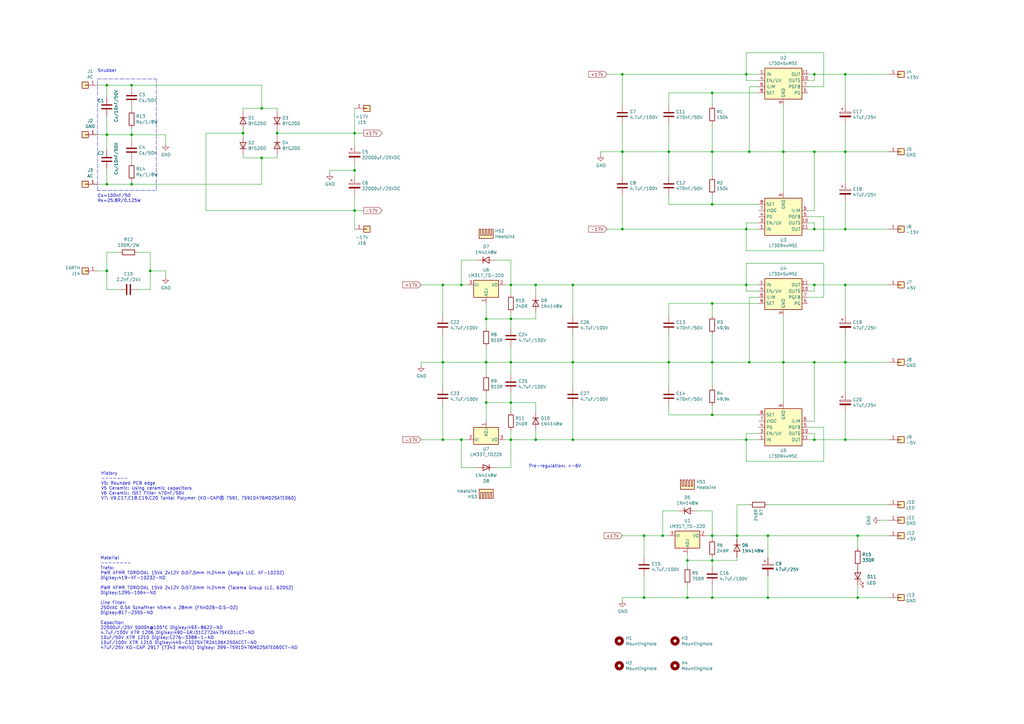
<source format=kicad_sch>
(kicad_sch (version 20250114) (generator "eeschema") (generator_version "9.0")
  (paper "A3")
  (title_block (title "DAC Power Supply Unit") (date "2025-08-23") (rev "V7"))
  (text "Material\n--------\nTrafo:\nPWR XFMR TOROIDAL 15VA 2x12V D:57.5mm H:24mm (Amgis LLC, XF-10232)\nDigikey:419-XF-10232-ND\n\nPWR XFMR TOROIDAL 15VA 2x12V D:57.5mm H:24mm (Talema Group LLC, 62052)\nDigikey:1295-1064-ND\n\nLine Filter:\n250VAC 0.5A Schaffner 45mm x 28mm (FN402B-0.5-02) \nDigikey:817-2355-ND\n\nCapacitor:\n22000uF/25V 5000h@105°C Digikey:493-8622-ND\n4.7uF/100V X7R 1206 Digikey:490-GRJ31CZ72A475KE01LCT-ND\n10uF/50V X7R 1210 Digikey:1276-3388-1-ND\n10uF/100V X7R 1210 Digikey:445-C3225X7R2A106K250ACCT-ND\n47uF/25V KO-CAP 2917 (7343 metric) Digikey: 399-T591D476M025ATE060CT-ND" (at 41.148 247.396 0) (effects (font (size 1.27 1.27)) (justify left)))
  (text "Snubber" (at 40.005 29.845 0) (effects (font (size 1.27 1.27)) (justify left bottom)))
  (text "Cs=100nF/50\nRs=25.8R/0.125W" (at 40.005 83.185 0) (effects (font (size 1.27 1.27)) (justify left bottom)))
  (text "Pre-regulation: +-6V" (at 227.584 191.262 0) (effects (font (size 1.27 1.27))))
  (text "History\n-------\nV5: Rounded PCB edge\nV5 Ceramic: Using ceramic capacitors\nV6 Ceramic: ISET Filter 470nF/50V\nV7: V9,C17,C18,C19,C20 Tantal Polymer (KO-CAP® T591, T591D476M025ATE060)" (at 41.402 199.39 0) (effects (font (size 1.27 1.27)) (justify left)))
  (junction (at 292.1 124.46))
  (junction (at 43.815 75.565))
  (junction (at 346.71 116.84))
  (junction (at 61.595 111.125))
  (junction (at 181.61 148.59))
  (junction (at 306.07 30.48))
  (junction (at 321.31 148.59))
  (junction (at 145.415 69.85))
  (junction (at 199.39 148.59))
  (junction (at 334.01 62.23))
  (junction (at 189.23 180.34))
  (junction (at 334.01 93.98))
  (junction (at 264.16 219.71))
  (junction (at 307.34 148.59))
  (junction (at 314.96 219.71))
  (junction (at 334.01 30.48))
  (junction (at 145.415 86.36))
  (junction (at 99.695 54.61))
  (junction (at 351.79 219.71))
  (junction (at 234.95 180.34))
  (junction (at 209.55 165.1))
  (junction (at 307.34 62.23))
  (junction (at 209.55 180.34))
  (junction (at 53.975 75.565))
  (junction (at 292.1 62.23))
  (junction (at 306.07 180.34))
  (junction (at 199.39 130.81))
  (junction (at 255.27 93.98))
  (junction (at 281.94 245.11))
  (junction (at 274.32 148.59))
  (junction (at 113.665 54.61))
  (junction (at 306.07 116.84))
  (junction (at 53.975 34.925))
  (junction (at 43.815 55.245))
  (junction (at 181.61 116.84))
  (junction (at 274.32 62.23))
  (junction (at 234.95 148.59))
  (junction (at 292.1 83.82))
  (junction (at 199.39 165.1))
  (junction (at 306.07 93.98))
  (junction (at 321.31 62.23))
  (junction (at 255.27 30.48))
  (junction (at 292.1 38.1))
  (junction (at 255.27 62.23))
  (junction (at 234.95 116.84))
  (junction (at 219.71 116.84))
  (junction (at 346.71 93.98))
  (junction (at 107.315 64.77))
  (junction (at 219.71 180.34))
  (junction (at 334.01 148.59))
  (junction (at 264.16 245.11))
  (junction (at 43.815 111.125))
  (junction (at 346.71 148.59))
  (junction (at 53.975 55.245))
  (junction (at 145.415 54.61))
  (junction (at 209.55 116.84))
  (junction (at 43.815 34.925))
  (junction (at 209.55 130.81))
  (junction (at 334.01 116.84))
  (junction (at 346.71 180.34))
  (junction (at 271.78 219.71))
  (junction (at 281.94 229.87))
  (junction (at 292.1 219.71))
  (junction (at 346.71 30.48))
  (junction (at 334.01 180.34))
  (junction (at 107.315 44.45))
  (junction (at 346.71 62.23))
  (junction (at 189.23 116.84))
  (junction (at 181.61 180.34))
  (junction (at 209.55 148.59))
  (junction (at 292.1 170.18))
  (junction (at 292.1 245.11))
  (junction (at 351.79 245.11))
  (junction (at 292.1 148.59))
  (junction (at 314.96 245.11))
  (junction (at 292.1 229.87))
  (junction (at 302.26 219.71))
  (wire (pts (xy 314.96 219.71) (xy 351.79 219.71)))
  (wire (pts (xy 209.55 148.59) (xy 234.95 148.59)))
  (wire (pts (xy 199.39 161.29) (xy 199.39 165.1)))
  (wire (pts (xy 107.315 34.925) (xy 53.975 34.925)))
  (wire (pts (xy 189.23 106.68) (xy 189.23 116.84)))
  (wire (pts (xy 172.72 180.34) (xy 181.61 180.34)))
  (wire (pts (xy 248.92 30.48) (xy 255.27 30.48)))
  (wire (pts (xy 292.1 229.87) (xy 292.1 232.41)))
  (wire (pts (xy 346.71 116.84) (xy 364.49 116.84)))
  (wire (pts (xy 337.82 88.9) (xy 337.82 102.87)))
  (wire (pts (xy 346.71 93.98) (xy 364.49 93.98)))
  (wire (pts (xy 292.1 209.55) (xy 285.75 209.55)))
  (wire (pts (xy 271.78 219.71) (xy 274.32 219.71)))
  (wire (pts (xy 292.1 38.1) (xy 311.15 38.1)))
  (wire (pts (xy 199.39 165.1) (xy 209.55 165.1)))
  (wire (pts (xy 306.07 33.02) (xy 306.07 30.48)))
  (wire (pts (xy 292.1 43.18) (xy 292.1 38.1)))
  (wire (pts (xy 334.01 116.84) (xy 331.47 116.84)))
  (wire (pts (xy 289.56 219.71) (xy 292.1 219.71)))
  (wire (pts (xy 246.38 63.5) (xy 246.38 62.23)))
  (wire (pts (xy 281.94 232.41) (xy 281.94 229.87)))
  (wire (pts (xy 292.1 83.82) (xy 311.15 83.82)))
  (wire (pts (xy 334.01 33.02) (xy 334.01 30.48)))
  (wire (pts (xy 278.13 209.55) (xy 271.78 209.55)))
  (wire (pts (xy 307.34 121.92) (xy 307.34 148.59)))
  (wire (pts (xy 113.665 45.72) (xy 113.665 44.45)))
  (polyline (pts (xy 64.135 78.105) (xy 40.005 78.105)) (stroke (width 0) (type dash)))
  (wire (pts (xy 209.55 134.62) (xy 209.55 130.81)))
  (wire (pts (xy 181.61 180.34) (xy 189.23 180.34)))
  (wire (pts (xy 53.975 55.245) (xy 67.945 55.245)))
  (wire (pts (xy 219.71 130.81) (xy 209.55 130.81)))
  (wire (pts (xy 331.47 86.36) (xy 334.01 86.36)))
  (wire (pts (xy 53.975 34.925) (xy 43.815 34.925)))
  (wire (pts (xy 306.07 21.59) (xy 306.07 30.48)))
  (wire (pts (xy 43.815 55.245) (xy 53.975 55.245)))
  (wire (pts (xy 209.55 130.81) (xy 209.55 128.27)))
  (wire (pts (xy 255.27 30.48) (xy 255.27 43.18)))
  (wire (pts (xy 181.61 158.75) (xy 181.61 148.59)))
  (wire (pts (xy 53.975 57.785) (xy 53.975 55.245)))
  (wire (pts (xy 99.695 54.61) (xy 84.455 54.61)))
  (wire (pts (xy 209.55 191.77) (xy 209.55 180.34)))
  (wire (pts (xy 53.975 36.195) (xy 53.975 34.925)))
  (wire (pts (xy 311.15 177.8) (xy 306.07 177.8)))
  (polyline (pts (xy 40.005 78.105) (xy 40.005 32.385)) (stroke (width 0) (type dash)))
  (wire (pts (xy 364.49 213.36) (xy 360.68 213.36)))
  (wire (pts (xy 334.01 93.98) (xy 346.71 93.98)))
  (wire (pts (xy 306.07 119.38) (xy 306.07 116.84)))
  (wire (pts (xy 172.72 116.84) (xy 181.61 116.84)))
  (wire (pts (xy 281.94 245.11) (xy 292.1 245.11)))
  (wire (pts (xy 107.315 34.925) (xy 107.315 44.45)))
  (wire (pts (xy 274.32 38.1) (xy 292.1 38.1)))
  (wire (pts (xy 181.61 166.37) (xy 181.61 180.34)))
  (wire (pts (xy 314.96 245.11) (xy 351.79 245.11)))
  (wire (pts (xy 234.95 116.84) (xy 306.07 116.84)))
  (wire (pts (xy 43.815 34.925) (xy 40.005 34.925)))
  (wire (pts (xy 346.71 82.55) (xy 346.71 93.98)))
  (wire (pts (xy 346.71 168.91) (xy 346.71 180.34)))
  (wire (pts (xy 113.665 54.61) (xy 145.415 54.61)))
  (wire (pts (xy 331.47 180.34) (xy 334.01 180.34)))
  (wire (pts (xy 53.975 55.245) (xy 53.975 52.705)))
  (wire (pts (xy 351.79 245.11) (xy 364.49 245.11)))
  (wire (pts (xy 281.94 245.11) (xy 281.94 240.03)))
  (wire (pts (xy 302.26 219.71) (xy 302.26 220.98)))
  (wire (pts (xy 53.975 75.565) (xy 53.975 74.295)))
  (wire (pts (xy 209.55 180.34) (xy 219.71 180.34)))
  (wire (pts (xy 271.78 209.55) (xy 271.78 219.71)))
  (wire (pts (xy 274.32 158.75) (xy 274.32 148.59)))
  (wire (pts (xy 219.71 116.84) (xy 234.95 116.84)))
  (wire (pts (xy 145.415 80.01) (xy 145.415 86.36)))
  (wire (pts (xy 255.27 30.48) (xy 306.07 30.48)))
  (wire (pts (xy 292.1 129.54) (xy 292.1 124.46)))
  (wire (pts (xy 189.23 180.34) (xy 191.77 180.34)))
  (wire (pts (xy 43.815 103.505) (xy 48.895 103.505)))
  (wire (pts (xy 311.15 121.92) (xy 307.34 121.92)))
  (wire (pts (xy 311.15 30.48) (xy 306.07 30.48)))
  (wire (pts (xy 135.255 71.12) (xy 135.255 69.85)))
  (wire (pts (xy 281.94 229.87) (xy 292.1 229.87)))
  (wire (pts (xy 234.95 148.59) (xy 274.32 148.59)))
  (wire (pts (xy 189.23 116.84) (xy 191.77 116.84)))
  (wire (pts (xy 311.15 119.38) (xy 306.07 119.38)))
  (wire (pts (xy 306.07 102.87) (xy 306.07 93.98)))
  (wire (pts (xy 337.82 121.92) (xy 337.82 107.95)))
  (wire (pts (xy 145.415 59.69) (xy 145.415 54.61)))
  (wire (pts (xy 43.815 61.595) (xy 43.815 55.245)))
  (wire (pts (xy 292.1 62.23) (xy 307.34 62.23)))
  (wire (pts (xy 248.92 93.98) (xy 255.27 93.98)))
  (wire (pts (xy 43.815 69.215) (xy 43.815 75.565)))
  (polyline (pts (xy 64.135 32.385) (xy 64.135 78.105)) (stroke (width 0) (type dash)))
  (wire (pts (xy 264.16 245.11) (xy 264.16 236.22)))
  (wire (pts (xy 209.55 142.24) (xy 209.55 148.59)))
  (wire (pts (xy 292.1 50.8) (xy 292.1 62.23)))
  (wire (pts (xy 351.79 240.03) (xy 351.79 245.11)))
  (wire (pts (xy 84.455 54.61) (xy 84.455 86.36)))
  (wire (pts (xy 264.16 219.71) (xy 271.78 219.71)))
  (wire (pts (xy 334.01 62.23) (xy 346.71 62.23)))
  (wire (pts (xy 302.26 228.6) (xy 302.26 229.87)))
  (wire (pts (xy 43.815 47.625) (xy 43.815 55.245)))
  (wire (pts (xy 302.26 207.01) (xy 307.34 207.01)))
  (wire (pts (xy 306.07 107.95) (xy 306.07 116.84)))
  (wire (pts (xy 292.1 228.6) (xy 292.1 229.87)))
  (wire (pts (xy 43.815 111.125) (xy 43.815 103.505)))
  (wire (pts (xy 292.1 124.46) (xy 311.15 124.46)))
  (wire (pts (xy 331.47 119.38) (xy 334.01 119.38)))
  (wire (pts (xy 255.27 72.39) (xy 255.27 62.23)))
  (wire (pts (xy 307.34 35.56) (xy 307.34 62.23)))
  (wire (pts (xy 255.27 93.98) (xy 306.07 93.98)))
  (wire (pts (xy 207.01 180.34) (xy 209.55 180.34)))
  (wire (pts (xy 145.415 86.36) (xy 145.415 93.98)))
  (wire (pts (xy 334.01 180.34) (xy 346.71 180.34)))
  (wire (pts (xy 40.005 111.125) (xy 43.815 111.125)))
  (wire (pts (xy 274.32 148.59) (xy 292.1 148.59)))
  (wire (pts (xy 255.27 80.01) (xy 255.27 93.98)))
  (wire (pts (xy 199.39 124.46) (xy 199.39 130.81)))
  (wire (pts (xy 99.695 54.61) (xy 99.695 53.34)))
  (wire (pts (xy 219.71 128.27) (xy 219.71 130.81)))
  (wire (pts (xy 306.07 189.23) (xy 306.07 180.34)))
  (wire (pts (xy 321.31 129.54) (xy 321.31 148.59)))
  (wire (pts (xy 274.32 38.1) (xy 274.32 43.18)))
  (wire (pts (xy 113.665 55.88) (xy 113.665 54.61)))
  (wire (pts (xy 346.71 180.34) (xy 364.49 180.34)))
  (wire (pts (xy 107.315 75.565) (xy 53.975 75.565)))
  (wire (pts (xy 292.1 148.59) (xy 307.34 148.59)))
  (wire (pts (xy 67.945 113.665) (xy 67.945 111.125)))
  (wire (pts (xy 274.32 50.8) (xy 274.32 62.23)))
  (wire (pts (xy 281.94 229.87) (xy 281.94 227.33)))
  (wire (pts (xy 292.1 166.37) (xy 292.1 170.18)))
  (wire (pts (xy 331.47 91.44) (xy 334.01 91.44)))
  (wire (pts (xy 61.595 103.505) (xy 56.515 103.505)))
  (wire (pts (xy 274.32 72.39) (xy 274.32 62.23)))
  (wire (pts (xy 292.1 170.18) (xy 311.15 170.18)))
  (wire (pts (xy 274.32 62.23) (xy 292.1 62.23)))
  (wire (pts (xy 207.01 116.84) (xy 209.55 116.84)))
  (wire (pts (xy 302.26 219.71) (xy 302.26 207.01)))
  (wire (pts (xy 172.72 149.86) (xy 172.72 148.59)))
  (wire (pts (xy 337.82 35.56) (xy 337.82 21.59)))
  (wire (pts (xy 145.415 69.85) (xy 145.415 67.31)))
  (wire (pts (xy 195.58 191.77) (xy 189.23 191.77)))
  (wire (pts (xy 199.39 172.72) (xy 199.39 165.1)))
  (wire (pts (xy 307.34 148.59) (xy 321.31 148.59)))
  (wire (pts (xy 321.31 62.23) (xy 334.01 62.23)))
  (wire (pts (xy 346.71 148.59) (xy 364.49 148.59)))
  (wire (pts (xy 113.665 64.77) (xy 113.665 63.5)))
  (wire (pts (xy 306.07 93.98) (xy 311.15 93.98)))
  (wire (pts (xy 274.32 80.01) (xy 274.32 83.82)))
  (wire (pts (xy 314.96 236.22) (xy 314.96 245.11)))
  (wire (pts (xy 107.315 44.45) (xy 99.695 44.45)))
  (wire (pts (xy 346.71 30.48) (xy 334.01 30.48)))
  (wire (pts (xy 274.32 137.16) (xy 274.32 148.59)))
  (wire (pts (xy 219.71 165.1) (xy 219.71 168.91)))
  (wire (pts (xy 302.26 229.87) (xy 292.1 229.87)))
  (wire (pts (xy 331.47 121.92) (xy 337.82 121.92)))
  (wire (pts (xy 255.27 245.11) (xy 264.16 245.11)))
  (wire (pts (xy 255.27 62.23) (xy 255.27 50.8)))
  (wire (pts (xy 56.515 118.745) (xy 61.595 118.745)))
  (wire (pts (xy 292.1 219.71) (xy 292.1 209.55)))
  (wire (pts (xy 195.58 106.68) (xy 189.23 106.68)))
  (wire (pts (xy 331.47 93.98) (xy 334.01 93.98)))
  (wire (pts (xy 337.82 189.23) (xy 306.07 189.23)))
  (wire (pts (xy 314.96 207.01) (xy 364.49 207.01)))
  (wire (pts (xy 346.71 116.84) (xy 346.71 129.54)))
  (wire (pts (xy 364.49 62.23) (xy 346.71 62.23)))
  (wire (pts (xy 292.1 158.75) (xy 292.1 148.59)))
  (wire (pts (xy 334.01 177.8) (xy 334.01 180.34)))
  (wire (pts (xy 113.665 54.61) (xy 113.665 53.34)))
  (wire (pts (xy 292.1 245.11) (xy 292.1 240.03)))
  (wire (pts (xy 292.1 245.11) (xy 314.96 245.11)))
  (wire (pts (xy 181.61 148.59) (xy 199.39 148.59)))
  (wire (pts (xy 314.96 219.71) (xy 314.96 228.6)))
  (wire (pts (xy 321.31 78.74) (xy 321.31 62.23)))
  (wire (pts (xy 255.27 246.38) (xy 255.27 245.11)))
  (wire (pts (xy 331.47 35.56) (xy 337.82 35.56)))
  (wire (pts (xy 199.39 148.59) (xy 209.55 148.59)))
  (wire (pts (xy 255.27 219.71) (xy 264.16 219.71)))
  (wire (pts (xy 246.38 62.23) (xy 255.27 62.23)))
  (wire (pts (xy 346.71 116.84) (xy 334.01 116.84)))
  (wire (pts (xy 53.975 66.675) (xy 53.975 65.405)))
  (wire (pts (xy 346.71 161.29) (xy 346.71 148.59)))
  (wire (pts (xy 274.32 124.46) (xy 274.32 129.54)))
  (wire (pts (xy 346.71 74.93) (xy 346.71 62.23)))
  (wire (pts (xy 331.47 177.8) (xy 334.01 177.8)))
  (wire (pts (xy 337.82 175.26) (xy 337.82 189.23)))
  (wire (pts (xy 346.71 62.23) (xy 346.71 50.8)))
  (wire (pts (xy 99.695 55.88) (xy 99.695 54.61)))
  (wire (pts (xy 209.55 168.91) (xy 209.55 165.1)))
  (wire (pts (xy 274.32 83.82) (xy 292.1 83.82)))
  (wire (pts (xy 53.975 45.085) (xy 53.975 43.815)))
  (wire (pts (xy 203.2 191.77) (xy 209.55 191.77)))
  (wire (pts (xy 264.16 245.11) (xy 281.94 245.11)))
  (wire (pts (xy 255.27 62.23) (xy 274.32 62.23)))
  (wire (pts (xy 61.595 111.125) (xy 61.595 103.505)))
  (wire (pts (xy 306.07 180.34) (xy 311.15 180.34)))
  (wire (pts (xy 274.32 170.18) (xy 292.1 170.18)))
  (wire (pts (xy 40.005 55.245) (xy 43.815 55.245)))
  (wire (pts (xy 334.01 119.38) (xy 334.01 116.84)))
  (wire (pts (xy 209.55 180.34) (xy 209.55 176.53)))
  (wire (pts (xy 149.225 54.61) (xy 145.415 54.61)))
  (wire (pts (xy 321.31 43.18) (xy 321.31 62.23)))
  (wire (pts (xy 181.61 116.84) (xy 181.61 129.54)))
  (wire (pts (xy 181.61 116.84) (xy 189.23 116.84)))
  (wire (pts (xy 274.32 124.46) (xy 292.1 124.46)))
  (wire (pts (xy 346.71 30.48) (xy 346.71 43.18)))
  (wire (pts (xy 274.32 166.37) (xy 274.32 170.18)))
  (wire (pts (xy 199.39 130.81) (xy 199.39 134.62)))
  (wire (pts (xy 149.225 86.36) (xy 145.415 86.36)))
  (wire (pts (xy 209.55 165.1) (xy 209.55 161.29)))
  (wire (pts (xy 337.82 102.87) (xy 306.07 102.87)))
  (wire (pts (xy 351.79 219.71) (xy 364.49 219.71)))
  (wire (pts (xy 234.95 137.16) (xy 234.95 148.59)))
  (wire (pts (xy 84.455 86.36) (xy 145.415 86.36)))
  (wire (pts (xy 234.95 148.59) (xy 234.95 158.75)))
  (wire (pts (xy 292.1 220.98) (xy 292.1 219.71)))
  (wire (pts (xy 145.415 72.39) (xy 145.415 69.85)))
  (wire (pts (xy 209.55 165.1) (xy 219.71 165.1)))
  (wire (pts (xy 209.55 116.84) (xy 219.71 116.84)))
  (wire (pts (xy 209.55 106.68) (xy 203.2 106.68)))
  (wire (pts (xy 107.315 64.77) (xy 107.315 75.565)))
  (wire (pts (xy 209.55 116.84) (xy 209.55 120.65)))
  (wire (pts (xy 107.315 64.77) (xy 113.665 64.77)))
  (wire (pts (xy 321.31 148.59) (xy 334.01 148.59)))
  (wire (pts (xy 209.55 116.84) (xy 209.55 106.68)))
  (wire (pts (xy 346.71 148.59) (xy 346.71 137.16)))
  (wire (pts (xy 292.1 72.39) (xy 292.1 62.23)))
  (wire (pts (xy 135.255 69.85) (xy 145.415 69.85)))
  (wire (pts (xy 219.71 180.34) (xy 234.95 180.34)))
  (wire (pts (xy 199.39 142.24) (xy 199.39 148.59)))
  (wire (pts (xy 306.07 91.44) (xy 306.07 93.98)))
  (wire (pts (xy 331.47 172.72) (xy 334.01 172.72)))
  (wire (pts (xy 219.71 116.84) (xy 219.71 120.65)))
  (wire (pts (xy 311.15 91.44) (xy 306.07 91.44)))
  (wire (pts (xy 99.695 64.77) (xy 107.315 64.77)))
  (wire (pts (xy 43.815 118.745) (xy 43.815 111.125)))
  (wire (pts (xy 209.55 148.59) (xy 209.55 153.67)))
  (wire (pts (xy 234.95 180.34) (xy 306.07 180.34)))
  (wire (pts (xy 219.71 176.53) (xy 219.71 180.34)))
  (wire (pts (xy 334.01 86.36) (xy 334.01 62.23)))
  (wire (pts (xy 334.01 91.44) (xy 334.01 93.98)))
  (wire (pts (xy 234.95 129.54) (xy 234.95 116.84)))
  (wire (pts (xy 199.39 148.59) (xy 199.39 153.67)))
  (wire (pts (xy 189.23 191.77) (xy 189.23 180.34)))
  (wire (pts (xy 172.72 148.59) (xy 181.61 148.59)))
  (wire (pts (xy 351.79 219.71) (xy 351.79 224.79)))
  (wire (pts (xy 337.82 107.95) (xy 306.07 107.95)))
  (wire (pts (xy 67.945 111.125) (xy 61.595 111.125)))
  (wire (pts (xy 311.15 116.84) (xy 306.07 116.84)))
  (wire (pts (xy 99.695 63.5) (xy 99.695 64.77)))
  (wire (pts (xy 48.895 118.745) (xy 43.815 118.745)))
  (wire (pts (xy 302.26 219.71) (xy 314.96 219.71)))
  (wire (pts (xy 337.82 21.59) (xy 306.07 21.59)))
  (wire (pts (xy 334.01 172.72) (xy 334.01 148.59)))
  (wire (pts (xy 292.1 137.16) (xy 292.1 148.59)))
  (wire (pts (xy 311.15 35.56) (xy 307.34 35.56)))
  (wire (pts (xy 264.16 228.6) (xy 264.16 219.71)))
  (wire (pts (xy 311.15 33.02) (xy 306.07 33.02)))
  (wire (pts (xy 234.95 166.37) (xy 234.95 180.34)))
  (wire (pts (xy 307.34 62.23) (xy 321.31 62.23)))
  (wire (pts (xy 334.01 30.48) (xy 331.47 30.48)))
  (wire (pts (xy 43.815 75.565) (xy 53.975 75.565)))
  (wire (pts (xy 334.01 148.59) (xy 346.71 148.59)))
  (wire (pts (xy 331.47 88.9) (xy 337.82 88.9)))
  (wire (pts (xy 43.815 40.005) (xy 43.815 34.925)))
  (wire (pts (xy 113.665 44.45) (xy 107.315 44.45)))
  (wire (pts (xy 181.61 137.16) (xy 181.61 148.59)))
  (wire (pts (xy 292.1 219.71) (xy 302.26 219.71)))
  (wire (pts (xy 209.55 130.81) (xy 199.39 130.81)))
  (wire (pts (xy 61.595 118.745) (xy 61.595 111.125)))
  (wire (pts (xy 306.07 177.8) (xy 306.07 180.34)))
  (wire (pts (xy 99.695 44.45) (xy 99.695 45.72)))
  (wire (pts (xy 364.49 30.48) (xy 346.71 30.48)))
  (wire (pts (xy 331.47 175.26) (xy 337.82 175.26)))
  (wire (pts (xy 145.415 44.45) (xy 145.415 54.61)))
  (wire (pts (xy 40.005 75.565) (xy 43.815 75.565)))
  (polyline (pts (xy 40.005 32.385) (xy 64.135 32.385)) (stroke (width 0) (type dash)))
  (wire (pts (xy 292.1 80.01) (xy 292.1 83.82)))
  (wire (pts (xy 67.945 59.055) (xy 67.945 55.245)))
  (wire (pts (xy 321.31 165.1) (xy 321.31 148.59)))
  (wire (pts (xy 331.47 33.02) (xy 334.01 33.02)))
  (global_label "+17V" (shape input) (at 172.72 116.84 180) (property "Intersheetrefs" "${INTERSHEET_REFS}" (effects (hide yes))))
  (global_label "-17V" (shape input) (at 172.72 180.34 180) (property "Intersheetrefs" "${INTERSHEET_REFS}" (effects (hide yes))))
  (global_label "-17V" (shape output) (at 149.225 86.36 0) (property "Intersheetrefs" "${INTERSHEET_REFS}" (effects (hide yes))))
  (global_label "+17V" (shape input) (at 255.27 219.71 180) (property "Intersheetrefs" "${INTERSHEET_REFS}" (effects (hide yes))))
  (global_label "+17V" (shape output) (at 149.225 54.61 0) (property "Intersheetrefs" "${INTERSHEET_REFS}" (effects (hide yes))))
  (global_label "+17V" (shape input) (at 248.92 30.48 180) (property "Intersheetrefs" "${INTERSHEET_REFS}" (effects (hide yes))))
  (global_label "-17V" (shape input) (at 248.92 93.98 180) (property "Intersheetrefs" "${INTERSHEET_REFS}" (effects (hide yes))))
  (symbol (lib_id "Device:CP") (at 145.415 63.5 0) (unit 1)
    (property "Reference" "C5" (at 148.4122 62.3316 0) (effects (justify left)))
    (property "Value" "22000uF/25VDC" (at 148.4122 64.643 0) (effects (justify left)))
    (property "Footprint" "Capacitor_THT:CP_Radial_D35.0mm_P10.00mm_SnapIn" (effects (hide yes)))
    (property "Datasheet" "https://www.rubycon.co.jp/wp-content/uploads/catalog-aluminum/MXG.pdf" (effects (hide yes)))
    (property "Description" "1189-3893-ND" (effects (hide yes)))
    (property "manf#" "25MXG22000MEFCSN30X35" (effects (hide yes)))
  )
  (symbol (lib_id "Regulator_Linear:LM317_TO-220") (at 199.39 116.84 0) (unit 1)
    (property "Reference" "U6" (at 199.39 110.6932 0))
    (property "Value" "LM317_TO-220" (at 199.39 113.0046 0))
    (property "Footprint" "Package_TO_SOT_THT:TO-220-3_Vertical" (effects (hide yes)))
    (property "Datasheet" "http://www.ti.com/lit/ds/symlink/lm317.pdf" (effects (hide yes)))
    (property "manf#" "LM317T" (effects (hide yes)))
  )
  (symbol (lib_id "Device:R") (at 199.39 138.43 0) (unit 1)
    (property "Reference" "R8" (at 201.168 137.2616 0) (effects (justify left)))
    (property "Value" "910R" (at 201.168 139.573 0) (effects (justify left)))
    (property "Footprint" "Resistor_SMD:R_0603_1608Metric_Pad0.98x0.95mm_HandSolder" (effects (hide yes)))
    (property "Datasheet" "https://www.yageo.com/upload/media/product/productsearch/datasheet/rchip/PYu-RT_1-to-0.01_RoHS_L_12.pdf" (effects (hide yes)))
    (property "manf#" "RT0603FRE07910RL" (effects (hide yes)))
  )
  (symbol (lib_id "Device:R") (at 209.55 124.46 0) (unit 1)
    (property "Reference" "R10" (at 211.328 123.2916 0) (effects (justify left)))
    (property "Value" "240R" (at 211.328 125.603 0) (effects (justify left)))
    (property "Footprint" "Resistor_SMD:R_0603_1608Metric_Pad0.98x0.95mm_HandSolder" (effects (hide yes)))
    (property "Datasheet" "https://www.yageo.com/upload/media/product/productsearch/datasheet/rchip/PYu-RT_1-to-0.01_RoHS_L_12.pdf" (effects (hide yes)))
    (property "manf#" "RT0603FRE07240RL" (effects (hide yes)))
  )
  (symbol (lib_id "Diode:1N4007") (at 199.39 106.68 0) (unit 1)
    (property "Reference" "D7" (at 199.39 101.1682 0))
    (property "Value" "1N4148W" (at 199.39 103.4796 0))
    (property "Footprint" "Diode_SMD:D_SOD-123" (effects (hide yes)))
    (property "Datasheet" "https://www.diodes.com/assets/Datasheets/ds30086.pdf" (effects (hide yes)))
    (property "manf#" "1N4148W-7-F" (effects (hide yes)))
  )
  (symbol (lib_id "Diode:1N4007") (at 219.71 124.46 270) (unit 1)
    (property "Reference" "D9" (at 221.742 123.2916 90) (effects (justify left)))
    (property "Value" "1N4148W" (at 221.742 125.603 90) (effects (justify left)))
    (property "Footprint" "Diode_SMD:D_SOD-123" (effects (hide yes)))
    (property "Datasheet" "https://www.diodes.com/assets/Datasheets/ds30086.pdf" (effects (hide yes)))
    (property "manf#" "1N4148W-7-F" (effects (hide yes)))
  )
  (symbol (lib_id "Mechanical:Heatsink") (at 199.39 97.79 0) (unit 1)
    (property "Reference" "HS2" (at 202.9968 94.7166 0) (effects (justify left)))
    (property "Value" "Heatsink" (at 202.9968 97.028 0) (effects (justify left)))
    (property "Footprint" "Heatsink:Heatsink_Fischer_SK104-STC-STIC_35x13mm_2xDrill2.5mm" (effects (hide yes)))
    (property "Datasheet" "https://media.digikey.com/pdf/Data%20Sheets/Wakefield%20Thermal%20PDFs/634%20Heat%20Sinks.pdf" (effects (hide yes)))
    (property "manf#" "637-15ABPE" (effects (hide yes)))
  )
  (symbol (lib_id "Device:C") (at 181.61 133.35 0) (unit 1)
    (property "Reference" "C22" (at 184.6072 132.1816 0) (effects (justify left)))
    (property "Value" "4.7uF/100V" (at 184.6072 134.493 0) (effects (justify left)))
    (property "Footprint" "Capacitor_SMD:C_1206_3216Metric_Pad1.33x1.80mm_HandSolder" (effects (hide yes)))
    (property "Description" "Unpolarized capacitor" (effects (hide yes)))
    (property "manf#" "TCJB106M025R0100" (effects (hide yes)))
  )
  (symbol (lib_id "Device:C") (at 209.55 138.43 0) (unit 1)
    (property "Reference" "C24" (at 212.5472 137.2616 0) (effects (justify left)))
    (property "Value" "4.7uF/100V" (at 212.5472 139.573 0) (effects (justify left)))
    (property "Footprint" "Capacitor_SMD:C_1206_3216Metric_Pad1.33x1.80mm_HandSolder" (effects (hide yes)))
    (property "Description" "Unpolarized capacitor" (effects (hide yes)))
    (property "manf#" "TCJB106M025R0100" (effects (hide yes)))
  )
  (symbol (lib_id "Device:C") (at 234.95 133.35 0) (unit 1)
    (property "Reference" "C26" (at 237.9472 132.1816 0) (effects (justify left)))
    (property "Value" "4.7uF/100V" (at 237.9472 134.493 0) (effects (justify left)))
    (property "Footprint" "Capacitor_SMD:C_1206_3216Metric_Pad1.33x1.80mm_HandSolder" (effects (hide yes)))
    (property "Description" "Unpolarized capacitor" (effects (hide yes)))
    (property "manf#" "TCJB106M025R0100" (effects (hide yes)))
  )
  (symbol (lib_id "power:GND") (at 172.72 149.86 0) (unit 1)
    (property "Reference" "#PWR0105" (effects (hide yes)))
    (property "Value" "GND" (at 172.847 154.2542 0))
  )
  (symbol (lib_id "power:GND") (at 135.255 71.12 0) (unit 1)
    (property "Reference" "#PWR0102" (effects (hide yes)))
    (property "Value" "GND" (at 135.382 75.5142 0))
  )
  (symbol (lib_id "Device:C") (at 52.705 118.745 270) (unit 1)
    (property "Reference" "C10" (at 52.705 112.3442 90))
    (property "Value" "2.2nF/2kV" (at 52.705 114.6556 90))
    (property "Footprint" "Capacitor_THT:C_Rect_L18.0mm_W5.0mm_P15.00mm_FKS3_FKP3" (effects (hide yes)))
    (property "Datasheet" "https://product.tdk.com/info/en/documents/data_sheet/20/20/db/fc_2009/MKP_B32671L_672L.pdf?ref_disty=digikey" (effects (hide yes)))
    (property "manf#" "B32672L8222J000" (effects (hide yes)))
  )
  (symbol (lib_id "Device:R") (at 52.705 103.505 270) (unit 1)
    (property "Reference" "R12" (at 52.705 98.2472 90))
    (property "Value" "100R/2W" (at 52.705 100.5586 90))
    (property "Footprint" "Resistor_THT:R_Axial_DIN0411_L9.9mm_D3.6mm_P15.24mm_Horizontal" (effects (hide yes)))
    (property "Datasheet" "https://www.yageo.com/upload/media/product/products/datasheet/lr/Yageo_LR_FMP_1.pdf" (effects (hide yes)))
    (property "manf#" "FMP200JR-52-100R" (effects (hide yes)))
  )
  (symbol (lib_id "Connector_Generic:Conn_01x01") (at 34.925 111.125 180) (unit 1)
    (property "Reference" "J14" (at 32.893 112.1918 0) (effects (justify left)))
    (property "Value" "EARTH" (at 32.893 109.8804 0) (effects (justify left)))
    (property "Footprint" "Connector_Pin:Pin_D1.3mm_L11.0mm" (effects (hide yes)))
    (property "Datasheet" "https://www.reichelt.com/ch/de/loetnaegel-1-3mm-100-er-pack-rtm-1-3-100-p15319.html?&trstct=pos_0&nbc=1" (effects (hide yes)))
  )
  (symbol (lib_id "Device:C") (at 264.16 232.41 0) (unit 1)
    (property "Reference" "C15" (at 267.1572 231.2416 0) (effects (justify left)))
    (property "Value" "4.7uF/100V" (at 267.1572 233.553 0) (effects (justify left)))
    (property "Footprint" "Capacitor_SMD:C_1206_3216Metric_Pad1.33x1.80mm_HandSolder" (effects (hide yes)))
    (property "Description" "Unpolarized capacitor" (effects (hide yes)))
    (property "manf#" "TCJB106M025R0100" (effects (hide yes)))
  )
  (symbol (lib_id "Device:R") (at 292.1 46.99 0) (unit 1)
    (property "Reference" "R1" (at 293.878 45.8216 0) (effects (justify left)))
    (property "Value" "150k" (at 293.878 48.133 0) (effects (justify left)))
    (property "Footprint" "Resistor_SMD:R_0603_1608Metric_Pad0.98x0.95mm_HandSolder" (effects (hide yes)))
    (property "Datasheet" "https://www.yageo.com/upload/media/product/productsearch/datasheet/rchip/PYu-RT_1-to-0.01_RoHS_L_12.pdf" (effects (hide yes)))
    (property "manf#" "RT0603FRE07150KL" (effects (hide yes)))
  )
  (symbol (lib_id "Connector_Generic:Conn_01x01") (at 369.57 62.23 0) (unit 1)
    (property "Reference" "J5" (at 371.602 61.1632 0) (effects (justify left)))
    (property "Value" "GND" (at 371.602 63.4746 0) (effects (justify left)))
    (property "Footprint" "Connector_Pin:Pin_D1.0mm_L10.0mm" (effects (hide yes)))
    (property "Datasheet" "https://www.reichelt.com/ch/de/loetnaegel-1mm-100-er-pack-rtm-1-100-p15321.html?search=RTM+1-10&&r=1" (effects (hide yes)))
  )
  (symbol (lib_id "Connector_Generic:Conn_01x01") (at 369.57 30.48 0) (unit 1)
    (property "Reference" "J4" (at 371.602 29.4132 0) (effects (justify left)))
    (property "Value" "+15V" (at 371.602 31.7246 0) (effects (justify left)))
    (property "Footprint" "Connector_Pin:Pin_D1.0mm_L10.0mm" (effects (hide yes)))
    (property "Datasheet" "https://www.reichelt.com/ch/de/loetnaegel-1mm-100-er-pack-rtm-1-100-p15321.html?search=RTM+1-10&&r=1" (effects (hide yes)))
  )
  (symbol (lib_id "Connector_Generic:Conn_01x01") (at 369.57 93.98 0) (unit 1)
    (property "Reference" "J6" (at 371.602 92.9132 0) (effects (justify left)))
    (property "Value" "-15V" (at 371.602 95.2246 0) (effects (justify left)))
    (property "Footprint" "Connector_Pin:Pin_D1.0mm_L10.0mm" (effects (hide yes)))
    (property "Datasheet" "https://www.reichelt.com/ch/de/loetnaegel-1mm-100-er-pack-rtm-1-100-p15321.html?search=RTM+1-10&&r=1" (effects (hide yes)))
  )
  (symbol (lib_id "Regulator_Linear:LT3045xMSE") (at 321.31 33.02 0) (unit 1)
    (property "Reference" "U2" (at 321.31 23.6982 0))
    (property "Value" "LT3045xMSE" (at 321.31 26.0096 0))
    (property "Footprint" "Package_SO:MSOP-12-1EP_3x4.039mm_P0.65mm_EP1.651x2.845mm" (effects (hide yes)))
    (property "Datasheet" "https://www.analog.com/media/en/technical-documentation/data-sheets/3045fa.pdf" (effects (hide yes)))
    (property "manf#" "LT3045EMSE#PBF" (effects (hide yes)))
  )
  (symbol (lib_id "Device:R") (at 292.1 76.2 0) (unit 1)
    (property "Reference" "R2" (at 293.878 75.0316 0) (effects (justify left)))
    (property "Value" "150k" (at 293.878 77.343 0) (effects (justify left)))
    (property "Footprint" "Resistor_SMD:R_0603_1608Metric_Pad0.98x0.95mm_HandSolder" (effects (hide yes)))
    (property "Datasheet" "https://www.yageo.com/upload/media/product/productsearch/datasheet/rchip/PYu-RT_1-to-0.01_RoHS_L_12.pdf" (effects (hide yes)))
    (property "manf#" "RT0603FRE07150KL" (effects (hide yes)))
  )
  (symbol (lib_id "Regulator_Linear:LT3094xMSE") (at 321.31 88.9 0) (mirror x) (unit 1)
    (property "Reference" "U3" (at 321.31 98.425 0))
    (property "Value" "LT3094xMSE" (at 321.31 100.7364 0))
    (property "Footprint" "Package_SO:MSOP-12-1EP_3x4.039mm_P0.65mm_EP1.651x2.845mm" (effects (hide yes)))
    (property "Datasheet" "https://www.analog.com/media/en/technical-documentation/data-sheets/LT3094.pdf" (effects (hide yes)))
    (property "manf#" "LT3094IMSE#PBF" (effects (hide yes)))
  )
  (symbol (lib_id "Device:C_Polarized") (at 346.71 46.99 0) (unit 1)
    (property "Reference" "C17" (at 349.7072 45.8216 0) (effects (justify left)))
    (property "Value" "47uF/25V" (at 349.7072 48.133 0) (effects (justify left)))
    (property "Footprint" "Capacitor_Tantalum_SMD:CP_EIA-7343-31_Kemet-D_HandSolder" (effects (hide yes)))
    (property "Description" "Polarized capacitor" (effects (hide yes)))
    (property "manf#" "T521D476M025ATE065" (effects (hide yes)))
  )
  (symbol (lib_id "Device:C_Polarized") (at 346.71 78.74 0) (unit 1)
    (property "Reference" "C18" (at 349.7072 77.5716 0) (effects (justify left)))
    (property "Value" "47uF/25V" (at 349.7072 79.883 0) (effects (justify left)))
    (property "Footprint" "Capacitor_Tantalum_SMD:CP_EIA-7343-31_Kemet-D_HandSolder" (effects (hide yes)))
    (property "Description" "Polarized capacitor" (effects (hide yes)))
    (property "manf#" "T521D476M025ATE065" (effects (hide yes)))
  )
  (symbol (lib_id "Device:D") (at 99.695 49.53 270) (unit 1)
    (property "Reference" "D1" (at 101.727 48.3616 90) (effects (justify left)))
    (property "Value" "BYG20D" (at 101.727 50.673 90) (effects (justify left)))
    (property "Footprint" "Diode_SMD:D_SMA_Handsoldering" (effects (hide yes)))
    (property "Datasheet" "https://www.vishay.com/docs/88958/byg20d.pdf" (effects (hide yes)))
    (property "manf#" "BYG20D-E3/TR" (effects (hide yes)))
  )
  (symbol (lib_id "Device:D") (at 99.695 59.69 90) (unit 1)
    (property "Reference" "D2" (at 101.727 58.5216 90) (effects (justify right)))
    (property "Value" "BYG20D" (at 101.727 60.833 90) (effects (justify right)))
    (property "Footprint" "Diode_SMD:D_SMA_Handsoldering" (effects (hide yes)))
    (property "Datasheet" "https://www.vishay.com/docs/88958/byg20d.pdf" (effects (hide yes)))
    (property "manf#" "BYG20D-E3/TR" (effects (hide yes)))
  )
  (symbol (lib_id "Device:D") (at 113.665 49.53 90) (unit 1)
    (property "Reference" "D3" (at 115.697 48.3616 90) (effects (justify right)))
    (property "Value" "BYG20D" (at 115.697 50.673 90) (effects (justify right)))
    (property "Footprint" "Diode_SMD:D_SMA_Handsoldering" (effects (hide yes)))
    (property "Datasheet" "https://www.vishay.com/docs/88958/byg20d.pdf" (effects (hide yes)))
    (property "manf#" "BYG20D-E3/TR" (effects (hide yes)))
  )
  (symbol (lib_id "Device:D") (at 113.665 59.69 270) (unit 1)
    (property "Reference" "D4" (at 115.697 58.5216 90) (effects (justify left)))
    (property "Value" "BYG20D" (at 115.697 60.833 90) (effects (justify left)))
    (property "Footprint" "Diode_SMD:D_SMA_Handsoldering" (effects (hide yes)))
    (property "Datasheet" "https://www.vishay.com/docs/88958/byg20d.pdf" (effects (hide yes)))
    (property "manf#" "BYG20D-E3/TR" (effects (hide yes)))
  )
  (symbol (lib_id "Regulator_Linear:LM337_TO220") (at 199.39 180.34 0) (unit 1)
    (property "Reference" "U7" (at 199.39 184.1246 0))
    (property "Value" "LM337_TO220" (at 199.39 186.436 0))
    (property "Footprint" "Package_TO_SOT_THT:TO-220-3_Vertical" (effects (hide yes)))
    (property "Datasheet" "http://www.ti.com/lit/ds/symlink/lm337-n.pdf" (effects (hide yes)))
    (property "manf#" "LM337T/NOPB" (effects (hide yes)))
  )
  (symbol (lib_id "Device:C") (at 292.1 236.22 0) (unit 1)
    (property "Reference" "C16" (at 295.0972 235.0516 0) (effects (justify left)))
    (property "Value" "4.7uF/100V" (at 295.0972 237.363 0) (effects (justify left)))
    (property "Footprint" "Capacitor_SMD:C_1206_3216Metric_Pad1.33x1.80mm_HandSolder" (effects (hide yes)))
    (property "Description" "Unpolarized capacitor" (effects (hide yes)))
    (property "manf#" "TCJB106M025R0100" (effects (hide yes)))
  )
  (symbol (lib_id "Mechanical:MountingHole") (at 254 262.89 0) (unit 1)
    (property "Reference" "H1" (at 256.54 261.7216 0) (effects (justify left)))
    (property "Value" "MountingHole" (at 256.54 264.033 0) (effects (justify left)))
    (property "Footprint" "MountingHole:MountingHole_3.2mm_M3_Pad_Via" (effects (hide yes)))
  )
  (symbol (lib_id "Mechanical:MountingHole") (at 276.86 262.89 0) (unit 1)
    (property "Reference" "H3" (at 279.4 261.7216 0) (effects (justify left)))
    (property "Value" "MountingHole" (at 279.4 264.033 0) (effects (justify left)))
    (property "Footprint" "MountingHole:MountingHole_3.2mm_M3_Pad_Via" (effects (hide yes)))
  )
  (symbol (lib_id "Mechanical:MountingHole") (at 254 273.05 0) (unit 1)
    (property "Reference" "H2" (at 256.54 271.8816 0) (effects (justify left)))
    (property "Value" "MountingHole" (at 256.54 274.193 0) (effects (justify left)))
    (property "Footprint" "MountingHole:MountingHole_3.2mm_M3_Pad_Via" (effects (hide yes)))
  )
  (symbol (lib_id "Mechanical:MountingHole") (at 276.86 273.05 0) (unit 1)
    (property "Reference" "H4" (at 279.4 271.8816 0) (effects (justify left)))
    (property "Value" "MountingHole" (at 279.4 274.193 0) (effects (justify left)))
    (property "Footprint" "MountingHole:MountingHole_3.2mm_M3_Pad_Via" (effects (hide yes)))
  )
  (symbol (lib_id "Device:CP") (at 145.415 76.2 0) (unit 1)
    (property "Reference" "C6" (at 148.4122 75.0316 0) (effects (justify left)))
    (property "Value" "22000uF/25VDC" (at 148.4122 77.343 0) (effects (justify left)))
    (property "Footprint" "Capacitor_THT:CP_Radial_D35.0mm_P10.00mm_SnapIn" (effects (hide yes)))
    (property "Datasheet" "https://www.rubycon.co.jp/wp-content/uploads/catalog-aluminum/MXG.pdf" (effects (hide yes)))
    (property "Description" "1189-3893-ND" (effects (hide yes)))
    (property "manf#" "1189-3893-ND" (effects (hide yes)))
  )
  (symbol (lib_id "Regulator_Linear:LM317_TO-220") (at 281.94 219.71 0) (unit 1)
    (property "Reference" "U1" (at 281.94 213.5632 0))
    (property "Value" "LM317_TO-220" (at 281.94 215.8746 0))
    (property "Footprint" "Package_TO_SOT_THT:TO-220-3_Vertical" (effects (hide yes)))
    (property "Datasheet" "http://www.ti.com/lit/ds/symlink/lm317.pdf" (effects (hide yes)))
  )
  (symbol (lib_id "Device:R") (at 281.94 236.22 0) (unit 1)
    (property "Reference" "R5" (at 283.718 235.0516 0) (effects (justify left)))
    (property "Value" "750R" (at 283.718 237.363 0) (effects (justify left)))
    (property "Footprint" "Resistor_SMD:R_0603_1608Metric_Pad0.98x0.95mm_HandSolder" (effects (hide yes)))
    (property "Datasheet" "https://www.seielect.com/catalog/sei-rncp.pdf" (effects (hide yes)))
    (property "manf#" "RNCP0603FTD750R" (effects (hide yes)))
  )
  (symbol (lib_id "Device:R") (at 292.1 224.79 0) (unit 1)
    (property "Reference" "R6" (at 293.878 223.6216 0) (effects (justify left)))
    (property "Value" "249R" (at 293.878 225.933 0) (effects (justify left)))
    (property "Footprint" "Resistor_SMD:R_0603_1608Metric_Pad0.98x0.95mm_HandSolder" (effects (hide yes)))
    (property "Datasheet" "https://www.yageo.com/upload/media/product/productsearch/datasheet/rchip/PYu-RT_1-to-0.01_RoHS_L_12.pdf" (effects (hide yes)))
    (property "manf#" "RT0603FRE07249RL" (effects (hide yes)))
  )
  (symbol (lib_id "Diode:1N4007") (at 281.94 209.55 0) (unit 1)
    (property "Reference" "D5" (at 281.94 204.0382 0))
    (property "Value" "1N4148W" (at 281.94 206.3496 0))
    (property "Footprint" "Diode_SMD:D_SOD-123" (effects (hide yes)))
    (property "Datasheet" "https://www.diodes.com/assets/Datasheets/ds30086.pdf" (effects (hide yes)))
    (property "manf#" "1N4148W-7-F" (effects (hide yes)))
  )
  (symbol (lib_id "Diode:1N4007") (at 302.26 224.79 270) (unit 1)
    (property "Reference" "D6" (at 304.292 223.6216 90) (effects (justify left)))
    (property "Value" "1N4148W" (at 304.292 225.933 90) (effects (justify left)))
    (property "Footprint" "Diode_SMD:D_SOD-123" (effects (hide yes)))
    (property "Datasheet" "https://www.diodes.com/assets/Datasheets/ds30086.pdf" (effects (hide yes)))
    (property "manf#" "1N4148W-7-F" (effects (hide yes)))
  )
  (symbol (lib_id "Connector_Generic:Conn_01x01") (at 369.57 245.11 0) (unit 1)
    (property "Reference" "J13" (at 371.602 244.0432 0) (effects (justify left)))
    (property "Value" "GND" (at 371.602 246.3546 0) (effects (justify left)))
    (property "Footprint" "Connector_Pin:Pin_D1.0mm_L10.0mm" (effects (hide yes)))
    (property "Datasheet" "https://www.reichelt.com/ch/de/loetnaegel-1mm-100-er-pack-rtm-1-100-p15321.html?search=RTM+1-10&&r=1" (effects (hide yes)))
  )
  (symbol (lib_id "Connector_Generic:Conn_01x01") (at 369.57 219.71 0) (unit 1)
    (property "Reference" "J12" (at 371.602 218.6432 0) (effects (justify left)))
    (property "Value" "+5V" (at 371.602 220.9546 0) (effects (justify left)))
    (property "Footprint" "Connector_Pin:Pin_D1.0mm_L10.0mm" (effects (hide yes)))
    (property "Datasheet" "https://www.reichelt.com/ch/de/loetnaegel-1mm-100-er-pack-rtm-1-100-p15321.html?search=RTM+1-10&&r=1" (effects (hide yes)))
  )
  (symbol (lib_id "Mechanical:Heatsink") (at 281.94 200.66 0) (unit 1)
    (property "Reference" "HS1" (at 285.5468 197.5866 0) (effects (justify left)))
    (property "Value" "Heatsink" (at 285.5468 199.898 0) (effects (justify left)))
    (property "Footprint" "Heatsink:Heatsink_Fischer_SK104-STC-STIC_35x13mm_2xDrill2.5mm" (effects (hide yes)))
    (property "Datasheet" "https://media.digikey.com/pdf/Data%20Sheets/Wakefield%20Thermal%20PDFs/634%20Heat%20Sinks.pdf" (effects (hide yes)))
    (property "manf#" "637-15ABPE" (effects (hide yes)))
  )
  (symbol (lib_id "Device:R") (at 292.1 133.35 0) (unit 1)
    (property "Reference" "R3" (at 293.878 132.1816 0) (effects (justify left)))
    (property "Value" "49.9k" (at 293.878 134.493 0) (effects (justify left)))
    (property "Footprint" "Resistor_SMD:R_0603_1608Metric_Pad0.98x0.95mm_HandSolder" (effects (hide yes)))
    (property "Datasheet" "https://www.vishay.com/docs/28705/mcx0x0xpro.pdf" (effects (hide yes)))
    (property "manf#" "MCT06030C4992FP500" (effects (hide yes)))
  )
  (symbol (lib_id "Connector_Generic:Conn_01x01") (at 369.57 148.59 0) (unit 1)
    (property "Reference" "J8" (at 371.602 147.5232 0) (effects (justify left)))
    (property "Value" "GND" (at 371.602 149.8346 0) (effects (justify left)))
    (property "Footprint" "Connector_Pin:Pin_D1.0mm_L10.0mm" (effects (hide yes)))
    (property "Datasheet" "https://www.reichelt.com/ch/de/loetnaegel-1mm-100-er-pack-rtm-1-100-p15321.html?search=RTM+1-10&&r=1" (effects (hide yes)))
  )
  (symbol (lib_id "Connector_Generic:Conn_01x01") (at 369.57 116.84 0) (unit 1)
    (property "Reference" "J7" (at 371.602 115.7732 0) (effects (justify left)))
    (property "Value" "+5V" (at 371.602 118.0846 0) (effects (justify left)))
    (property "Footprint" "Connector_Pin:Pin_D1.0mm_L10.0mm" (effects (hide yes)))
    (property "Datasheet" "https://www.reichelt.com/ch/de/loetnaegel-1mm-100-er-pack-rtm-1-100-p15321.html?search=RTM+1-10&&r=1" (effects (hide yes)))
  )
  (symbol (lib_id "Connector_Generic:Conn_01x01") (at 369.57 180.34 0) (unit 1)
    (property "Reference" "J9" (at 371.602 179.2732 0) (effects (justify left)))
    (property "Value" "-5V" (at 371.602 181.5846 0) (effects (justify left)))
    (property "Footprint" "Connector_Pin:Pin_D1.0mm_L10.0mm" (effects (hide yes)))
    (property "Datasheet" "https://www.reichelt.com/ch/de/loetnaegel-1mm-100-er-pack-rtm-1-100-p15321.html?search=RTM+1-10&&r=1" (effects (hide yes)))
  )
  (symbol (lib_id "Regulator_Linear:LT3045xMSE") (at 321.31 119.38 0) (unit 1)
    (property "Reference" "U4" (at 321.31 110.0582 0))
    (property "Value" "LT3045xMSE" (at 321.31 112.3696 0))
    (property "Footprint" "Package_SO:MSOP-12-1EP_3x4.039mm_P0.65mm_EP1.651x2.845mm" (effects (hide yes)))
    (property "Datasheet" "https://www.analog.com/media/en/technical-documentation/data-sheets/3045fa.pdf" (effects (hide yes)))
    (property "manf#" "LT3045EMSE#PBF" (effects (hide yes)))
  )
  (symbol (lib_id "Device:R") (at 292.1 162.56 0) (unit 1)
    (property "Reference" "R4" (at 293.878 161.3916 0) (effects (justify left)))
    (property "Value" "49.9k" (at 293.878 163.703 0) (effects (justify left)))
    (property "Footprint" "Resistor_SMD:R_0603_1608Metric_Pad0.98x0.95mm_HandSolder" (effects (hide yes)))
    (property "Datasheet" "https://www.vishay.com/docs/28705/mcx0x0xpro.pdf" (effects (hide yes)))
    (property "manf#" "MCT06030C4992FP500" (effects (hide yes)))
  )
  (symbol (lib_id "Regulator_Linear:LT3094xMSE") (at 321.31 175.26 0) (mirror x) (unit 1)
    (property "Reference" "U5" (at 321.31 184.785 0))
    (property "Value" "LT3094xMSE" (at 321.31 187.0964 0))
    (property "Footprint" "Package_SO:MSOP-12-1EP_3x4.039mm_P0.65mm_EP1.651x2.845mm" (effects (hide yes)))
    (property "Datasheet" "https://www.analog.com/media/en/technical-documentation/data-sheets/LT3094.pdf" (effects (hide yes)))
    (property "manf#" "LT3094IMSE#PBF" (effects (hide yes)))
  )
  (symbol (lib_id "Device:C_Polarized") (at 346.71 133.35 0) (unit 1)
    (property "Reference" "C19" (at 349.7072 132.1816 0) (effects (justify left)))
    (property "Value" "47uF/25V" (at 349.7072 134.493 0) (effects (justify left)))
    (property "Footprint" "Capacitor_Tantalum_SMD:CP_EIA-7343-31_Kemet-D_HandSolder" (effects (hide yes)))
    (property "Description" "Polarized capacitor" (effects (hide yes)))
    (property "manf#" "T521D476M025ATE065" (effects (hide yes)))
  )
  (symbol (lib_id "Device:C_Polarized") (at 346.71 165.1 0) (unit 1)
    (property "Reference" "C20" (at 349.7072 163.9316 0) (effects (justify left)))
    (property "Value" "47uF/25V" (at 349.7072 166.243 0) (effects (justify left)))
    (property "Footprint" "Capacitor_Tantalum_SMD:CP_EIA-7343-31_Kemet-D_HandSolder" (effects (hide yes)))
    (property "Description" "Polarized capacitor" (effects (hide yes)))
    (property "manf#" "T521D476M025ATE065" (effects (hide yes)))
  )
  (symbol (lib_id "Device:R") (at 311.15 207.01 270) (unit 1)
    (property "Reference" "R7" (at 312.3184 208.788 0) (effects (justify left)))
    (property "Value" "240R" (at 310.007 208.788 0) (effects (justify left)))
    (property "Footprint" "Resistor_SMD:R_0603_1608Metric_Pad0.98x0.95mm_HandSolder" (effects (hide yes)))
    (property "Datasheet" "https://www.yageo.com/upload/media/product/productsearch/datasheet/rchip/PYu-RT_1-to-0.01_RoHS_L_12.pdf" (effects (hide yes)))
    (property "manf#" "RT0603FRE07240RL" (effects (hide yes)))
  )
  (symbol (lib_id "Connector_Generic:Conn_01x01") (at 369.57 207.01 0) (unit 1)
    (property "Reference" "J10" (at 371.602 205.9432 0) (effects (justify left)))
    (property "Value" "LED" (at 371.602 208.2546 0) (effects (justify left)))
    (property "Footprint" "Connector_Pin:Pin_D1.0mm_L10.0mm" (effects (hide yes)))
    (property "Datasheet" "https://www.reichelt.com/ch/de/loetnaegel-1mm-100-er-pack-rtm-1-100-p15321.html?search=RTM+1-10&&r=1" (effects (hide yes)))
  )
  (symbol (lib_id "Connector_Generic:Conn_01x01") (at 369.57 213.36 0) (unit 1)
    (property "Reference" "J11" (at 371.602 212.2932 0) (effects (justify left)))
    (property "Value" "GND" (at 371.602 214.6046 0) (effects (justify left)))
    (property "Footprint" "Connector_Pin:Pin_D1.0mm_L10.0mm" (effects (hide yes)))
    (property "Datasheet" "https://www.reichelt.com/ch/de/loetnaegel-1mm-100-er-pack-rtm-1-100-p15321.html?search=RTM+1-10&&r=1" (effects (hide yes)))
  )
  (symbol (lib_id "power:GND") (at 360.68 213.36 270) (unit 1)
    (property "Reference" "#PWR0103" (effects (hide yes)))
    (property "Value" "GND" (at 356.2858 213.487 0))
  )
  (symbol (lib_id "power:GND") (at 255.27 246.38 0) (unit 1)
    (property "Reference" "#PWR0104" (effects (hide yes)))
    (property "Value" "GND" (at 255.397 250.7742 0))
  )
  (symbol (lib_id "Diode:1N4007") (at 199.39 191.77 180) (unit 1)
    (property "Reference" "D8" (at 199.39 197.2818 0))
    (property "Value" "1N4148W" (at 199.39 194.9704 0))
    (property "Footprint" "Diode_SMD:D_SOD-123" (effects (hide yes)))
    (property "Datasheet" "https://www.diodes.com/assets/Datasheets/ds30086.pdf" (effects (hide yes)))
    (property "manf#" "1N4148W-7-F" (effects (hide yes)))
  )
  (symbol (lib_id "Device:C") (at 181.61 162.56 0) (unit 1)
    (property "Reference" "C23" (at 184.6072 161.3916 0) (effects (justify left)))
    (property "Value" "4.7uF/100V" (at 184.6072 163.703 0) (effects (justify left)))
    (property "Footprint" "Capacitor_SMD:C_1206_3216Metric_Pad1.33x1.80mm_HandSolder" (effects (hide yes)))
    (property "Description" "Unpolarized capacitor" (effects (hide yes)))
    (property "manf#" "TCJB106M025R0100" (effects (hide yes)))
  )
  (symbol (lib_id "Diode:1N4007") (at 219.71 172.72 270) (unit 1)
    (property "Reference" "D10" (at 221.742 171.5516 90) (effects (justify left)))
    (property "Value" "1N4148W" (at 221.742 173.863 90) (effects (justify left)))
    (property "Footprint" "Diode_SMD:D_SOD-123" (effects (hide yes)))
    (property "Datasheet" "https://www.diodes.com/assets/Datasheets/ds30086.pdf" (effects (hide yes)))
    (property "manf#" "1N4148W-7-F" (effects (hide yes)))
  )
  (symbol (lib_id "Mechanical:Heatsink") (at 199.39 200.66 180) (unit 1)
    (property "Reference" "HS3" (at 195.7832 203.7334 0) (effects (justify left)))
    (property "Value" "Heatsink" (at 195.7832 201.422 0) (effects (justify left)))
    (property "Footprint" "Heatsink:Heatsink_Fischer_SK104-STC-STIC_35x13mm_2xDrill2.5mm" (effects (hide yes)))
    (property "Datasheet" "https://media.digikey.com/pdf/Data%20Sheets/Wakefield%20Thermal%20PDFs/634%20Heat%20Sinks.pdf" (effects (hide yes)))
    (property "manf#" "637-15ABPE" (effects (hide yes)))
  )
  (symbol (lib_id "Device:R") (at 209.55 172.72 0) (unit 1)
    (property "Reference" "R11" (at 211.328 171.5516 0) (effects (justify left)))
    (property "Value" "240R" (at 211.328 173.863 0) (effects (justify left)))
    (property "Footprint" "Resistor_SMD:R_0603_1608Metric_Pad0.98x0.95mm_HandSolder" (effects (hide yes)))
    (property "Datasheet" "https://www.yageo.com/upload/media/product/productsearch/datasheet/rchip/PYu-RT_1-to-0.01_RoHS_L_12.pdf" (effects (hide yes)))
    (property "manf#" "RT0603FRE07240RL" (effects (hide yes)))
  )
  (symbol (lib_id "Device:R") (at 199.39 157.48 0) (unit 1)
    (property "Reference" "R9" (at 201.168 156.3116 0) (effects (justify left)))
    (property "Value" "910R" (at 201.168 158.623 0) (effects (justify left)))
    (property "Footprint" "Resistor_SMD:R_0603_1608Metric_Pad0.98x0.95mm_HandSolder" (effects (hide yes)))
    (property "Datasheet" "https://www.yageo.com/upload/media/product/productsearch/datasheet/rchip/PYu-RT_1-to-0.01_RoHS_L_12.pdf" (effects (hide yes)))
    (property "manf#" "RT0603FRE07910RL" (effects (hide yes)))
  )
  (symbol (lib_id "Device:C") (at 209.55 157.48 0) (unit 1)
    (property "Reference" "C25" (at 212.5472 156.3116 0) (effects (justify left)))
    (property "Value" "4.7uF/100V" (at 212.5472 158.623 0) (effects (justify left)))
    (property "Footprint" "Capacitor_SMD:C_1206_3216Metric_Pad1.33x1.80mm_HandSolder" (effects (hide yes)))
    (property "Description" "Unpolarized capacitor" (effects (hide yes)))
    (property "manf#" "TCJB106M025R0100" (effects (hide yes)))
  )
  (symbol (lib_id "Device:C") (at 234.95 162.56 0) (unit 1)
    (property "Reference" "C27" (at 237.9472 161.3916 0) (effects (justify left)))
    (property "Value" "4.7uF/100V" (at 237.9472 163.703 0) (effects (justify left)))
    (property "Footprint" "Capacitor_SMD:C_1206_3216Metric_Pad1.33x1.80mm_HandSolder" (effects (hide yes)))
    (property "Description" "Unpolarized capacitor" (effects (hide yes)))
    (property "manf#" "TCJB106M025R0100" (effects (hide yes)))
  )
  (symbol (lib_id "Device:C") (at 255.27 46.99 0) (unit 1)
    (property "Reference" "C7" (at 258.2672 45.8216 0) (effects (justify left)))
    (property "Value" "4.7uF/100V" (at 258.2672 48.133 0) (effects (justify left)))
    (property "Footprint" "Capacitor_SMD:C_1206_3216Metric_Pad1.33x1.80mm_HandSolder" (effects (hide yes)))
    (property "Description" "Unpolarized capacitor" (effects (hide yes)))
    (property "manf#" "TCJB106M025R0100" (effects (hide yes)))
  )
  (symbol (lib_id "Device:C") (at 255.27 76.2 0) (unit 1)
    (property "Reference" "C8" (at 258.2672 75.0316 0) (effects (justify left)))
    (property "Value" "4.7uF/100V" (at 258.2672 77.343 0) (effects (justify left)))
    (property "Footprint" "Capacitor_SMD:C_1206_3216Metric_Pad1.33x1.80mm_HandSolder" (effects (hide yes)))
    (property "Description" "Unpolarized capacitor" (effects (hide yes)))
    (property "manf#" "TCJB106M025R0100" (effects (hide yes)))
  )
  (symbol (lib_id "power:GND") (at 67.945 113.665 0) (unit 1)
    (property "Reference" "#PWR0106" (effects (hide yes)))
    (property "Value" "GND" (at 68.072 118.0592 0))
  )
  (symbol (lib_id "power:GND") (at 246.38 63.5 0) (unit 1)
    (property "Reference" "#PWR0107" (effects (hide yes)))
    (property "Value" "GND" (at 246.507 67.8942 0))
  )
  (symbol (lib_id "Device:C") (at 274.32 46.99 0) (unit 1)
    (property "Reference" "C11" (at 277.241 45.8216 0) (effects (justify left)))
    (property "Value" "470nF/50V" (at 277.241 48.133 0) (effects (justify left)))
    (property "Footprint" "Capacitor_SMD:C_0805_2012Metric_Pad1.18x1.45mm_HandSolder" (effects (hide yes)))
    (property "Datasheet" "https://api.kemet.com/component-edge/download/datasheet/C1206C475K3RACTU.pdf" (effects (hide yes)))
    (property "manf#" "C1206C475K3RACTU" (effects (hide yes)))
  )
  (symbol (lib_id "Device:C") (at 274.32 76.2 0) (unit 1)
    (property "Reference" "C12" (at 277.241 75.0316 0) (effects (justify left)))
    (property "Value" "470nF/50V" (at 277.241 77.343 0) (effects (justify left)))
    (property "Footprint" "Capacitor_SMD:C_0805_2012Metric_Pad1.18x1.45mm_HandSolder" (effects (hide yes)))
    (property "Datasheet" "https://api.kemet.com/component-edge/download/datasheet/C1206C475K3RACTU.pdf" (effects (hide yes)))
    (property "manf#" "C1206C475K3RACTU" (effects (hide yes)))
  )
  (symbol (lib_id "Device:C") (at 274.32 133.35 0) (unit 1)
    (property "Reference" "C13" (at 277.241 132.1816 0) (effects (justify left)))
    (property "Value" "470nF/50V" (at 277.241 134.493 0) (effects (justify left)))
    (property "Footprint" "Capacitor_SMD:C_0805_2012Metric_Pad1.18x1.45mm_HandSolder" (effects (hide yes)))
    (property "Datasheet" "https://api.kemet.com/component-edge/download/datasheet/C1206C475K3RACTU.pdf" (effects (hide yes)))
    (property "manf#" "C1206C475K3RACTU" (effects (hide yes)))
  )
  (symbol (lib_id "Device:C") (at 274.32 162.56 0) (unit 1)
    (property "Reference" "C14" (at 277.241 161.3916 0) (effects (justify left)))
    (property "Value" "470nF/50V" (at 277.241 163.703 0) (effects (justify left)))
    (property "Footprint" "Capacitor_SMD:C_0805_2012Metric_Pad1.18x1.45mm_HandSolder" (effects (hide yes)))
    (property "Datasheet" "https://api.kemet.com/component-edge/download/datasheet/C1206C475K3RACTU.pdf" (effects (hide yes)))
    (property "manf#" "C1206C475K3RACTU" (effects (hide yes)))
  )
  (symbol (lib_id "Connector_Generic:Conn_01x01") (at 150.495 44.45 0) (unit 1)
    (property "Reference" "J15" (at 148.4122 50.165 0))
    (property "Value" "+17V" (at 148.4122 47.8536 0))
    (property "Footprint" "Connector_Pin:Pin_D1.3mm_L11.0mm" (effects (hide yes)))
    (property "Datasheet" "https://www.reichelt.com/ch/de/loetnaegel-1-3mm-100-er-pack-rtm-1-3-100-p15319.html?&trstct=pos_0&nbc=1" (effects (hide yes)))
  )
  (symbol (lib_id "Connector_Generic:Conn_01x01") (at 150.495 93.98 0) (unit 1)
    (property "Reference" "J16" (at 148.4122 99.695 0))
    (property "Value" "-17V" (at 148.4122 97.3836 0))
    (property "Footprint" "Connector_Pin:Pin_D1.3mm_L11.0mm" (effects (hide yes)))
    (property "Datasheet" "https://www.reichelt.com/ch/de/loetnaegel-1-3mm-100-er-pack-rtm-1-3-100-p15319.html?&trstct=pos_0&nbc=1" (effects (hide yes)))
  )
  (symbol (lib_id "Connector_Generic:Conn_01x01") (at 34.925 75.565 180) (unit 1)
    (property "Reference" "J3" (at 37.0078 69.85 0))
    (property "Value" "AC" (at 37.0078 72.1614 0))
    (property "Footprint" "Connector_Pin:Pin_D1.3mm_L11.0mm" (effects (hide yes)))
  )
  (symbol (lib_id "Connector_Generic:Conn_01x01") (at 34.925 55.245 180) (unit 1)
    (property "Reference" "J2" (at 37.0078 49.53 0))
    (property "Value" "GND" (at 37.0078 51.8414 0))
    (property "Footprint" "Connector_Pin:Pin_D1.3mm_L11.0mm" (effects (hide yes)))
  )
  (symbol (lib_id "Device:C") (at 43.815 65.405 0) (unit 1)
    (property "Reference" "C2" (at 40.005 62.865 0) (effects (justify left)))
    (property "Value" "Cx/10nF/50V" (at 47.625 71.755 90) (effects (justify left)))
    (property "Footprint" "Capacitor_SMD:C_0805_2012Metric_Pad1.18x1.45mm_HandSolder" (effects (hide yes)))
  )
  (symbol (lib_id "Device:R") (at 53.975 48.895 0) (unit 1)
    (property "Reference" "R13" (at 55.753 47.7266 0) (effects (justify left)))
    (property "Value" "Rs/1/8W" (at 55.753 50.038 0) (effects (justify left)))
    (property "Footprint" "Resistor_SMD:R_0805_2012Metric_Pad1.20x1.40mm_HandSolder" (effects (hide yes)))
  )
  (symbol (lib_id "Device:R") (at 351.79 228.6 0) (unit 1)
    (property "Reference" "R15" (at 353.568 227.4316 0) (effects (justify left)))
    (property "Value" "330R" (at 353.568 229.743 0) (effects (justify left)))
    (property "Footprint" "Resistor_SMD:R_0603_1608Metric_Pad0.98x0.95mm_HandSolder" (effects (hide yes)))
    (property "Datasheet" "https://www.yageo.com/upload/media/product/productsearch/datasheet/rchip/PYu-RT_1-to-0.01_RoHS_L_12.pdf" (effects (hide yes)))
    (property "manf#" "RT0603FRE07240RL" (effects (hide yes)))
  )
  (symbol (lib_id "Device:C") (at 53.975 40.005 0) (unit 1)
    (property "Reference" "C3" (at 56.896 38.8366 0) (effects (justify left)))
    (property "Value" "Cs/50V" (at 56.896 41.148 0) (effects (justify left)))
    (property "Footprint" "Capacitor_SMD:C_0805_2012Metric_Pad1.18x1.45mm_HandSolder" (effects (hide yes)))
  )
  (symbol (lib_id "Connector_Generic:Conn_01x01") (at 34.925 34.925 180) (unit 1)
    (property "Reference" "J1" (at 37.0078 29.21 0))
    (property "Value" "AC" (at 37.0078 31.5214 0))
    (property "Footprint" "Connector_Pin:Pin_D1.3mm_L11.0mm" (effects (hide yes)))
  )
  (symbol (lib_id "Device:R") (at 53.975 70.485 0) (unit 1)
    (property "Reference" "R14" (at 55.753 69.3166 0) (effects (justify left)))
    (property "Value" "Rs/1/8W" (at 55.753 71.628 0) (effects (justify left)))
    (property "Footprint" "Resistor_SMD:R_0805_2012Metric_Pad1.20x1.40mm_HandSolder" (effects (hide yes)))
  )
  (symbol (lib_id "Device:LED") (at 351.79 236.22 90) (unit 1)
    (property "Reference" "D11" (at 355.6 236.5374 90) (effects (justify right)))
    (property "Value" "LED" (at 355.6 239.0774 90) (effects (justify right)))
    (property "Footprint" "LED_SMD:LED_0805_2012Metric_Pad1.15x1.40mm_HandSolder" (effects (hide yes)))
    (property "Description" "Light emitting diode" (effects (hide yes)))
    (property "Sim.Pins" "1=K 2=A" (effects (hide yes)))
  )
  (symbol (lib_id "Device:C_Polarized") (at 314.96 232.41 0) (unit 1)
    (property "Reference" "C9" (at 317.9572 231.2416 0) (effects (justify left)))
    (property "Value" "47uF/25V" (at 317.9572 233.553 0) (effects (justify left)))
    (property "Footprint" "Capacitor_Tantalum_SMD:CP_EIA-7343-31_Kemet-D_HandSolder" (effects (hide yes)))
    (property "Description" "Polarized capacitor" (effects (hide yes)))
    (property "manf#" "T521D476M025ATE065" (effects (hide yes)))
  )
  (symbol (lib_id "Device:C") (at 53.975 61.595 0) (unit 1)
    (property "Reference" "C4" (at 56.896 60.4266 0) (effects (justify left)))
    (property "Value" "Cs/50V" (at 56.896 62.738 0) (effects (justify left)))
    (property "Footprint" "Capacitor_SMD:C_0805_2012Metric_Pad1.18x1.45mm_HandSolder" (effects (hide yes)))
  )
  (symbol (lib_id "power:GND") (at 67.945 59.055 0) (unit 1)
    (property "Reference" "#PWR0101" (effects (hide yes)))
    (property "Value" "GND" (at 68.072 63.4492 0))
  )
  (symbol (lib_id "Device:C") (at 43.815 43.815 0) (unit 1)
    (property "Reference" "C1" (at 40.005 41.275 0) (effects (justify left)))
    (property "Value" "Cx/10nF/50V" (at 47.625 50.165 90) (effects (justify left)))
    (property "Footprint" "Capacitor_SMD:C_0805_2012Metric_Pad1.18x1.45mm_HandSolder" (effects (hide yes)))
  )
)
</source>
